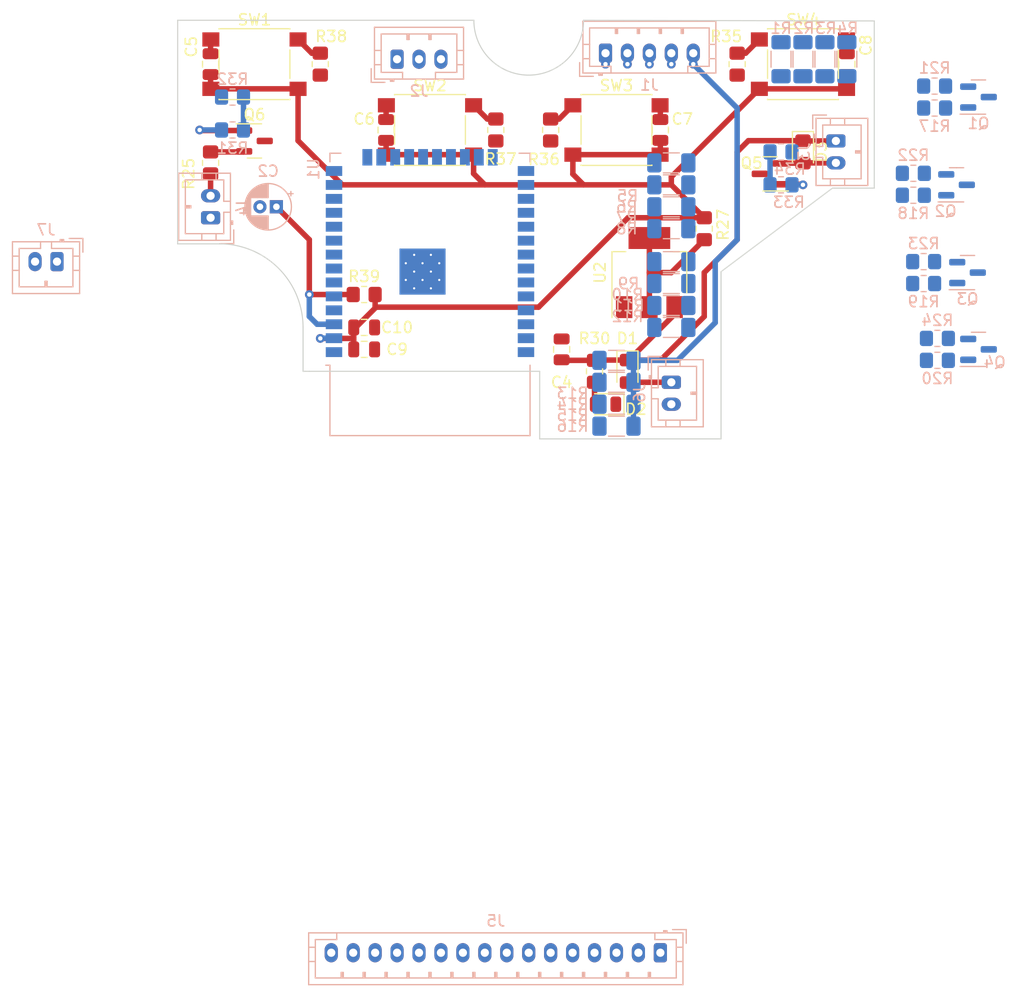
<source format=kicad_pcb>
(kicad_pcb (version 20211014) (generator pcbnew)
  (layers (0 "F.Cu" signal) (31 "B.Cu" signal) (34 "B.Paste" user) (35 "F.Paste" user) (36 "B.SilkS" user "B.Silkscreen") (37 "F.SilkS" user "F.Silkscreen") (38 "B.Mask" user) (39 "F.Mask" user) (44 "Edge.Cuts" user))
  (net 0 "")
  (net 1 "Net-(C2-Pad1)")
  (net 2 "GNDREF")
  (net 3 "Net-(C5-Pad1)")
  (net 4 "Net-(C6-Pad1)")
  (net 5 "Net-(C7-Pad1)")
  (net 6 "Net-(C8-Pad1)")
  (net 7 "Net-(C10-Pad1)")
  (net 8 "Net-(D2-Pad2)")
  (net 9 "Net-(J1-Pad2)")
  (net 10 "Net-(J1-Pad3)")
  (net 11 "Net-(J1-Pad4)")
  (net 12 "Net-(J1-Pad5)")
  (net 13 "Net-(J2-Pad2)")
  (net 14 "Net-(J2-Pad3)")
  (net 15 "Net-(J4-Pad2)")
  (net 16 "Net-(J5-Pad6)")
  (net 17 "Net-(J5-Pad7)")
  (net 18 "Net-(J5-Pad8)")
  (net 19 "Net-(J5-Pad9)")
  (net 20 "Net-(J5-Pad10)")
  (net 21 "Net-(J5-Pad11)")
  (net 22 "Net-(Q1-Pad1)")
  (net 23 "Net-(Q1-Pad2)")
  (net 24 "Net-(Q2-Pad1)")
  (net 25 "Net-(Q2-Pad2)")
  (net 26 "Net-(Q3-Pad1)")
  (net 27 "Net-(Q3-Pad2)")
  (net 28 "Net-(Q4-Pad1)")
  (net 29 "Net-(Q4-Pad2)")
  (net 30 "Net-(Q5-Pad1)")
  (net 31 "Net-(Q6-Pad1)")
  (net 32 "Net-(R27-Pad1)")
  (net 50 "Net-(U1-Pad25)")
  (net 54 "Net-(J3-Pad2)")
  (net 55 "Net-(D1-Pad2)")
  (net 56 "Net-(J4-Pad1)")
  (net 57 "Net-(Q6-Pad2)")
  (footprint "Capacitor_SMD:C_0805_2012Metric" (layer "F.Cu") (at 145 81 90)
    (fp_text reference "C4")
    (fp_text value "22uF/10V(20%)")
  )
  (footprint "Resistor_SMD:R_0805_2012Metric_Pad1.20x1.40mm_HandSolder" (layer "F.Cu") (at 139 61 90)
    (fp_text reference "R37")
    (fp_text value "10K")
  )
  (footprint "Resistor_SMD:R_0805_2012Metric_Pad1.20x1.40mm_HandSolder" (layer "F.Cu") (at 148 83 90)
    (fp_text reference "R30")
    (fp_text value "2K(5%)")
  )
  (footprint "Resistor_SMD:R_0805_2012Metric_Pad1.20x1.40mm_HandSolder" (layer "F.Cu") (at 127 76)
    (fp_text reference "R39")
    (fp_text value "10K")
  )
  (footprint "Capacitor_SMD:C_0805_2012Metric" (layer "F.Cu") (at 113 55 -90)
    (fp_text reference "C5")
    (fp_text value "0.1uF")
  )
  (footprint "Capacitor_SMD:C_0805_2012Metric" (layer "F.Cu") (at 154 61 -90)
    (fp_text reference "C7")
    (fp_text value "0.1uF")
  )
  (footprint "Capacitor_SMD:C_0805_2012Metric" (layer "F.Cu") (at 127 81)
    (fp_text reference "C9")
    (fp_text value "10uF")
  )
  (footprint "Resistor_SMD:R_0805_2012Metric_Pad1.20x1.40mm_HandSolder" (layer "F.Cu") (at 161 55 90)
    (fp_text reference "R35")
    (fp_text value "10K")
  )
  (footprint "Resistor_SMD:R_0805_2012Metric_Pad1.20x1.40mm_HandSolder" (layer "F.Cu") (at 123 55 90)
    (fp_text reference "R38")
    (fp_text value "10K")
  )
  (footprint "Diode_SMD:D_0805_2012Metric_Pad1.15x1.40mm_HandSolder" (layer "F.Cu") (at 167 63 -90)
    (fp_text reference "D3")
    (fp_text value "Motor")
  )
  (footprint "Button_Switch_SMD:SW_Push_1P1T_NO_6x6mm_H9.5mm" (layer "F.Cu") (at 150 61)
    (fp_text reference "SW3")
    (fp_text value "Brightness")
  )
  (footprint "Capacitor_SMD:C_0805_2012Metric" (layer "F.Cu") (at 127 79)
    (fp_text reference "C10")
    (fp_text value "0.1uF")
  )
  (footprint "Capacitor_SMD:C_0805_2012Metric" (layer "F.Cu") (at 129 61 -90)
    (fp_text reference "C6")
    (fp_text value "0.1uF")
  )
  (footprint "Resistor_SMD:R_0805_2012Metric_Pad1.20x1.40mm_HandSolder" (layer "F.Cu") (at 158 70 90)
    (fp_text reference "R27")
    (fp_text value "0")
  )
  (footprint "Button_Switch_SMD:SW_Push_1P1T_NO_6x6mm_H9.5mm" (layer "F.Cu") (at 167 55)
    (fp_text reference "SW4")
    (fp_text value "Motor")
  )
  (footprint "Diode_SMD:D_0805_2012Metric_Pad1.15x1.40mm_HandSolder" (layer "F.Cu") (at 151 83 -90)
    (fp_text reference "D1")
    (fp_text value "RVP Diode")
  )
  (footprint "Package_TO_SOT_SMD:SOT-23" (layer "F.Cu") (at 164 65 180)
    (fp_text reference "Q5")
    (fp_text value "IRLML0030")
  )
  (footprint "Button_Switch_SMD:SW_Push_1P1T_NO_6x6mm_H9.5mm" (layer "F.Cu") (at 117 55)
    (fp_text reference "SW1")
    (fp_text value "On/Off")
  )
  (footprint "Resistor_SMD:R_0805_2012Metric_Pad1.20x1.40mm_HandSolder" (layer "F.Cu") (at 113 64 -90)
    (fp_text reference "R25")
    (fp_text value "100")
  )
  (footprint "Resistor_SMD:R_0805_2012Metric_Pad1.20x1.40mm_HandSolder" (layer "F.Cu") (at 144 61 90)
    (fp_text reference "R36")
    (fp_text value "10K")
  )
  (footprint "Package_TO_SOT_SMD:SOT-23" (layer "F.Cu") (at 117 62)
    (fp_text reference "Q6")
    (fp_text value "IRLML0030")
  )
  (footprint "Package_TO_SOT_SMD:SOT-223-3_TabPin2" (layer "F.Cu") (at 153 74 90)
    (fp_text reference "U2")
    (fp_text value "AMS1117-3.3")
  )
  (footprint "Button_Switch_SMD:SW_Push_1P1T_NO_6x6mm_H9.5mm" (layer "F.Cu") (at 133 61)
    (fp_text reference "SW2")
    (fp_text value "Colour")
  )
  (footprint "Capacitor_SMD:C_0805_2012Metric" (layer "F.Cu") (at 171 55 -90)
    (fp_text reference "C8")
    (fp_text value "0.1uF")
  )
  (footprint "LED_SMD:LED_0805_2012Metric" (layer "F.Cu") (at 149 86 180)
    (fp_text reference "D2")
    (fp_text value "LED")
  )
  (footprint "Resistor_SMD:R_0805_2012Metric_Pad1.20x1.40mm_HandSolder" (layer "B.Cu") (at 179 59)
    (fp_text reference "R17")
    (fp_text value "1K")
  )
  (footprint "Resistor_SMD:R_1206_3216Metric_Pad1.30x1.75mm_HandSolder" (layer "B.Cu") (at 155 79 180)
    (fp_text reference "R12")
    (fp_text value "40")
  )
  (footprint "Resistor_SMD:R_0805_2012Metric_Pad1.20x1.40mm_HandSolder" (layer "B.Cu") (at 115 61)
    (fp_text reference "R31")
    (fp_text value "1K")
  )
  (footprint "Package_TO_SOT_SMD:SOT-23" (layer "B.Cu") (at 183 58)
    (fp_text reference "Q1")
    (fp_text value "IRLML0030")
  )
  (footprint "Resistor_SMD:R_0805_2012Metric_Pad1.20x1.40mm_HandSolder" (layer "B.Cu") (at 178 75)
    (fp_text reference "R19")
    (fp_text value "1K")
  )
  (footprint "Resistor_SMD:R_1206_3216Metric_Pad1.30x1.75mm_HandSolder" (layer "B.Cu") (at 150 86 180)
    (fp_text reference "R15")
    (fp_text value "40")
  )
  (footprint "Resistor_SMD:R_0805_2012Metric_Pad1.20x1.40mm_HandSolder" (layer "B.Cu") (at 115 58)
    (fp_text reference "R32")
    (fp_text value "100K")
  )
  (footprint "Connector_JST:JST_PH_B2B-PH-K_1x02_P2.00mm_Vertical" (layer "B.Cu") (at 155 84 -90)
    (fp_text reference "J6")
    (fp_text value "Power Header")
  )
  (footprint "Package_TO_SOT_SMD:SOT-23" (layer "B.Cu") (at 182 74)
    (fp_text reference "Q3")
    (fp_text value "IRLML0030")
  )
  (footprint "Resistor_SMD:R_1206_3216Metric_Pad1.30x1.75mm_HandSolder" (layer "B.Cu") (at 169 54.55 -90)
    (fp_text reference "R3")
    (fp_text value "40")
  )
  (footprint "Package_TO_SOT_SMD:SOT-23" (layer "B.Cu") (at 181 66)
    (fp_text reference "Q2")
    (fp_text value "IRLML0030")
  )
  (footprint "Connector_JST:JST_PH_B2B-PH-K_1x02_P2.00mm_Vertical" (layer "B.Cu") (at 170 62 -90)
    (fp_text reference "J3")
    (fp_text value "Motor Connector")
  )
  (footprint "Resistor_SMD:R_1206_3216Metric_Pad1.30x1.75mm_HandSolder" (layer "B.Cu") (at 155 75 180)
    (fp_text reference "R10")
    (fp_text value "40")
  )
  (footprint "Resistor_SMD:R_1206_3216Metric_Pad1.30x1.75mm_HandSolder" (layer "B.Cu") (at 167 54.55 -90)
    (fp_text reference "R2")
    (fp_text value "40")
  )
  (footprint "Resistor_SMD:R_1206_3216Metric_Pad1.30x1.75mm_HandSolder" (layer "B.Cu") (at 155 77 180)
    (fp_text reference "R11")
    (fp_text value "40")
  )
  (footprint "Resistor_SMD:R_1206_3216Metric_Pad1.30x1.75mm_HandSolder" (layer "B.Cu") (at 155 64 180)
    (fp_text reference "R5")
    (fp_text value "40")
  )
  (footprint "Connector_JST:JST_PH_B3B-PH-K_1x03_P2.00mm_Vertical" (layer "B.Cu") (at 130 54.55)
    (fp_text reference "J2")
    (fp_text value "USB to UART")
  )
  (footprint "Resistor_SMD:R_0805_2012Metric_Pad1.20x1.40mm_HandSolder" (layer "B.Cu") (at 178 73 180)
    (fp_text reference "R23")
    (fp_text value "100K")
  )
  (footprint "Connector_JST:JST_PH_B5B-PH-K_1x05_P2.00mm_Vertical" (layer "B.Cu") (at 149 54)
    (fp_text reference "J1")
    (fp_text value "LED RGBW Connector")
  )
  (footprint "Resistor_SMD:R_1206_3216Metric_Pad1.30x1.75mm_HandSolder" (layer "B.Cu") (at 155 68 180)
    (fp_text reference "R7")
    (fp_text value "40")
  )
  (footprint "Resistor_SMD:R_0805_2012Metric_Pad1.20x1.40mm_HandSolder" (layer "B.Cu") (at 177.0625 64.95 180)
    (fp_text reference "R22")
    (fp_text value "100K")
  )
  (footprint "RF_Module:ESP32-WROOM-32" (layer "B.Cu") (at 133 73)
    (fp_text reference "U1")
    (fp_text value "ESP32-WROOM-32")
  )
  (footprint "Resistor_SMD:R_0805_2012Metric_Pad1.20x1.40mm_HandSolder" (layer "B.Cu") (at 179.253928 82)
    (fp_text reference "R20")
    (fp_text value "1K")
  )
  (footprint "Resistor_SMD:R_1206_3216Metric_Pad1.30x1.75mm_HandSolder" (layer "B.Cu") (at 150 88 180)
    (fp_text reference "R16")
    (fp_text value "40")
  )
  (footprint "Package_TO_SOT_SMD:SOT-23" (layer "B.Cu") (at 183 81)
    (fp_text reference "Q4")
    (fp_text value "IRLML0030")
  )
  (footprint "Connector_JST:JST_PH_B2B-PH-K_1x02_P2.00mm_Vertical" (layer "B.Cu") (at 113 69 90)
    (fp_text reference "J4")
    (fp_text value "Projector Connector")
  )
  (footprint "Resistor_SMD:R_0805_2012Metric_Pad1.20x1.40mm_HandSolder" (layer "B.Cu") (at 177.0625 66.95)
    (fp_text reference "R18")
    (fp_text value "1K")
  )
  (footprint "Connector_JST:JST_PH_B2B-PH-K_1x02_P2.00mm_Vertical" (layer "B.Cu") (at 99 73 180)
    (fp_text reference "J7")
    (fp_text value "Boot mode")
  )
  (footprint "Resistor_SMD:R_1206_3216Metric_Pad1.30x1.75mm_HandSolder" (layer "B.Cu") (at 155 70 180)
    (fp_text reference "R8")
    (fp_text value "40")
  )
  (footprint "Resistor_SMD:R_1206_3216Metric_Pad1.30x1.75mm_HandSolder" (layer "B.Cu") (at 155 66 180)
    (fp_text reference "R6")
    (fp_text value "40")
  )
  (footprint "Resistor_SMD:R_1206_3216Metric_Pad1.30x1.75mm_HandSolder" (layer "B.Cu") (at 150 84 180)
    (fp_text reference "R14")
    (fp_text value "40")
  )
  (footprint "Resistor_SMD:R_0805_2012Metric_Pad1.20x1.40mm_HandSolder" (layer "B.Cu") (at 179.253928 80 180)
    (fp_text reference "R24")
    (fp_text value "100K")
  )
  (footprint "Resistor_SMD:R_0805_2012Metric_Pad1.20x1.40mm_HandSolder" (layer "B.Cu") (at 165 66 180)
    (fp_text reference "R33")
    (fp_text value "1K")
  )
  (footprint "Resistor_SMD:R_0805_2012Metric_Pad1.20x1.40mm_HandSolder" (layer "B.Cu") (at 179 57 180)
    (fp_text reference "R21")
    (fp_text value "100K")
  )
  (footprint "Resistor_SMD:R_1206_3216Metric_Pad1.30x1.75mm_HandSolder" (layer "B.Cu") (at 155 73 180)
    (fp_text reference "R9")
    (fp_text value "40")
  )
  (footprint "Resistor_SMD:R_1206_3216Metric_Pad1.30x1.75mm_HandSolder" (layer "B.Cu") (at 165 54.55 -90)
    (fp_text reference "R1")
    (fp_text value "40")
  )
  (footprint "Connector_JST:JST_PH_B16B-PH-K_1x16_P2.00mm_Vertical" (layer "B.Cu") (at 154 136 180)
    (fp_text reference "J5")
    (fp_text value "Debug Header")
  )
  (footprint "Resistor_SMD:R_1206_3216Metric_Pad1.30x1.75mm_HandSolder" (layer "B.Cu") (at 150 82 180)
    (fp_text reference "R13")
    (fp_text value "40")
  )
  (footprint "Resistor_SMD:R_1206_3216Metric_Pad1.30x1.75mm_HandSolder" (layer "B.Cu") (at 171 54.55 -90)
    (fp_text reference "R4")
    (fp_text value "40")
  )
  (footprint "Capacitor_THT:CP_Radial_D4.0mm_P1.50mm" (layer "B.Cu") (at 119 68 180)
    (fp_text reference "C2")
    (fp_text value "1uF")
  )
  (footprint "Resistor_SMD:R_0805_2012Metric_Pad1.20x1.40mm_HandSolder" (layer "B.Cu") (at 165 63 180)
    (fp_text reference "R34")
    (fp_text value "100K")
  )
  (gr_arc (start 147 51) (mid 142 56) (end 137 51) (layer "Edge.Cuts") (width 0.1))
  (gr_line (start 143 89.16) (end 159.53 89.16) (layer "Edge.Cuts") (width 0.1))
  (gr_line (start 147 51) (end 173.5 51.06) (layer "Edge.Cuts") (width 0.1))
  (gr_line (start 110 51) (end 110 71.38) (layer "Edge.Cuts") (width 0.1))
  (gr_arc (start 113.81 71.38) (mid 119.198154 73.611846) (end 121.43 79) (layer "Edge.Cuts") (width 0.1))
  (gr_line (start 121.43 83) (end 121.43 79) (layer "Edge.Cuts") (width 0.1))
  (gr_line (start 122 83) (end 121.43 83) (layer "Edge.Cuts") (width 0.1))
  (gr_line (start 143 83) (end 143 89.16) (layer "Edge.Cuts") (width 0.1))
  (gr_line (start 169.69 66.3) (end 159.53 73.92) (layer "Edge.Cuts") (width 0.1))
  (gr_line (start 159.53 73.92) (end 159.53 89.16) (layer "Edge.Cuts") (width 0.1))
  (gr_line (start 137 51) (end 110 51) (layer "Edge.Cuts") (width 0.1))
  (gr_line (start 173.5 66.3) (end 169.69 66.3) (layer "Edge.Cuts") (width 0.1))
  (gr_line (start 143 83) (end 122 83) (layer "Edge.Cuts") (width 0.1))
  (gr_line (start 173.5 51.06) (end 173.5 66.3) (layer "Edge.Cuts") (width 0.1))
  (gr_line (start 113.81 71.38) (end 110 71.38) (layer "Edge.Cuts") (width 0.1))
  (segment (start 126 76) (end 122 76) (width 0.5) (layer "F.Cu") (net 1))
  (segment (start 119 68) (end 122 71) (width 0.5) (layer "F.Cu") (net 1))
  (segment (start 122 71) (end 122 76) (width 0.5) (layer "F.Cu") (net 1))
  (via (at 122 76) (size 0.8) (drill 0.4) (layers "F.Cu" "B.Cu") (net 1))
  (segment (start 122 78) (end 122 76) (width 0.5) (layer "B.Cu") (net 1))
  (segment (start 122.71 78.71) (end 122 78) (width 0.5) (layer "B.Cu") (net 1))
  (segment (start 124.25 78.71) (end 122.71 78.71) (width 0.5) (layer "B.Cu") (net 1))
  (segment (start 113 54.05) (end 113 52.775) (width 0.5) (layer "F.Cu") (net 3))
  (segment (start 123 54) (end 122.225 54) (width 0.5) (layer "F.Cu") (net 3))
  (segment (start 113 52.775) (end 113.025 52.75) (width 0.5) (layer "F.Cu") (net 3))
  (segment (start 122.225 54) (end 120.975 52.75) (width 0.5) (layer "F.Cu") (net 3))
  (segment (start 139 60) (end 138.225 60) (width 0.5) (layer "F.Cu") (net 4))
  (segment (start 138.225 60) (end 136.975 58.75) (width 0.5) (layer "F.Cu") (net 4))
  (segment (start 129 58.775) (end 129.025 58.75) (width 0.5) (layer "F.Cu") (net 4))
  (segment (start 129 60.05) (end 129 58.775) (width 0.5) (layer "F.Cu") (net 4))
  (segment (start 154 58.775) (end 153.975 58.75) (width 0.5) (layer "F.Cu") (net 5))
  (segment (start 144 60) (end 144.775 60) (width 0.5) (layer "F.Cu") (net 5))
  (segment (start 144.775 60) (end 146.025 58.75) (width 0.5) (layer "F.Cu") (net 5))
  (segment (start 154 60.05) (end 154 58.775) (width 0.5) (layer "F.Cu") (net 5))
  (segment (start 171 54.05) (end 171 52.775) (width 0.5) (layer "F.Cu") (net 6))
  (segment (start 161 54) (end 161.775 54) (width 0.5) (layer "F.Cu") (net 6))
  (segment (start 161.775 54) (end 163.025 52.75) (width 0.5) (layer "F.Cu") (net 6))
  (segment (start 171 52.775) (end 170.975 52.75) (width 0.5) (layer "F.Cu") (net 6))
  (segment (start 136.975 64.975) (end 136.975 63.25) (width 0.5) (layer "F.Cu") (net 7))
  (segment (start 126 80) (end 126.05 79.95) (width 0.5) (layer "F.Cu") (net 7))
  (segment (start 155 66) (end 147 66) (width 0.5) (layer "F.Cu") (net 7))
  (segment (start 155 65.275) (end 163.025 57.25) (width 0.5) (layer "F.Cu") (net 7))
  (segment (start 142.9 77.15) (end 128.085051 77.15) (width 0.5) (layer "F.Cu") (net 7))
  (segment (start 154 61.95) (end 154 63.225) (width 0.5) (layer "F.Cu") (net 7))
  (segment (start 146.025 65.025) (end 147 66) (width 0.5) (layer "F.Cu") (net 7))
  (segment (start 126.05 79.185051) (end 126.05 81) (width 0.5) (layer "F.Cu") (net 7))
  (segment (start 125 66) (end 138 66) (width 0.5) (layer "F.Cu") (net 7))
  (segment (start 113 55.95) (end 113 57.225) (width 0.5) (layer "F.Cu") (net 7))
  (segment (start 138 66) (end 136.975 64.975) (width 0.5) (layer "F.Cu") (net 7))
  (segment (start 120.975 61.975) (end 125 66) (width 0.5) (layer "F.Cu") (net 7))
  (segment (start 158 69) (end 151.05 69) (width 0.5) (layer "F.Cu") (net 7))
  (segment (start 155 66) (end 155 65.275) (width 0.5) (layer "F.Cu") (net 7))
  (segment (start 128.085051 77.15) (end 126.05 79.185051) (width 0.5) (layer "F.Cu") (net 7))
  (segment (start 128 77.064949) (end 128.085051 77.15) (width 0.5) (layer "F.Cu") (net 7))
  (segment (start 171 55.95) (end 171 57.225) (width 0.5) (layer "F.Cu") (net 7))
  (segment (start 163.025 57.25) (end 170.975 57.25) (width 0.5) (layer "F.Cu") (net 7))
  (segment (start 113 57.225) (end 113.025 57.25) (width 0.5) (layer "F.Cu") (net 7))
  (segment (start 129 63.225) (end 129.025 63.25) (width 0.5) (layer "F.Cu") (net 7))
  (segment (start 126.05 79) (end 126.05 79.95) (width 0.5) (layer "F.Cu") (net 7))
  (segment (start 147 66) (end 138 66) (width 0.5) (layer "F.Cu") (net 7))
  (segment (start 123 80) (end 126 80) (width 0.5) (layer "F.Cu") (net 7))
  (segment (start 146.025 63.25) (end 146.025 65.025) (width 0.5) (layer "F.Cu") (net 7))
  (segment (start 146.025 63.25) (end 153.975 63.25) (width 0.5) (layer "F.Cu") (net 7))
  (segment (start 171 57.225) (end 170.975 57.25) (width 0.5) (layer "F.Cu") (net 7))
  (segment (start 151.05 69) (end 142.9 77.15) (width 0.5) (layer "F.Cu") (net 7))
  (segment (start 128 76) (end 128 77.064949) (width 0.5) (layer "F.Cu") (net 7))
  (segment (start 129 61.95) (end 129 63.225) (width 0.5) (layer "F.Cu") (net 7))
  (segment (start 129.025 63.25) (end 136.975 63.25) (width 0.5) (layer "F.Cu") (net 7))
  (segment (start 158 69) (end 155 66) (width 0.5) (layer "F.Cu") (net 7))
  (segment (start 154 63.225) (end 153.975 63.25) (width 0.5) (layer "F.Cu") (net 7))
  (segment (start 120.975 57.25) (end 120.975 61.975) (width 0.5) (layer "F.Cu") (net 7))
  (segment (start 120.975 57.25) (end 113.025 57.25) (width 0.5) (layer "F.Cu") (net 7))
  (segment (start 126.05 79.95) (end 126.05 81) (width 0.5) (layer "F.Cu") (net 7))
  (via (at 123 80) (size 0.8) (drill 0.4) (layers "F.Cu" "B.Cu") (net 7))
  (segment (start 123 80) (end 123.02 79.98) (width 0.5) (layer "B.Cu") (net 7))
  (segment (start 123.02 79.98) (end 124.25 79.98) (width 0.5) (layer "B.Cu") (net 7))
  (segment (start 148 85.9375) (end 148.0625 86) (width 0.5) (layer "F.Cu") (net 8))
  (segment (start 148 84) (end 148 85.9375) (width 0.5) (layer "F.Cu") (net 8))
  (via (at 151 55) (size 0.8) (drill 0.4) (layers "F.Cu" "B.Cu") (net 9))
  (segment (start 151 54) (end 151 55) (width 0.5) (layer "B.Cu") (net 9))
  (segment (start 153 54) (end 153 55) (width 0.5) (layer "F.Cu") (net 10))
  (via (at 153 55) (size 0.8) (drill 0.4) (layers "F.Cu" "B.Cu") (net 10))
  (segment (start 155 54) (end 155 55) (width 0.5) (layer "F.Cu") (net 11))
  (via (at 155 55) (size 0.8) (drill 0.4) (layers "F.Cu" "B.Cu") (net 11))
  (segment (start 157 54) (end 157 55) (width 0.5) (layer "F.Cu") (net 12))
  (via (at 157 55) (size 0.8) (drill 0.4) (layers "F.Cu" "B.Cu") (net 12))
  (segment (start 159 78.564949) (end 159 73) (width 0.5) (layer "B.Cu") (net 12))
  (segment (start 159 73) (end 161 71) (width 0.5) (layer "B.Cu") (net 12))
  (segment (start 151.55 86) (end 151.55 84) (width 0.5) (layer "B.Cu") (net 12))
  (segment (start 161 71) (end 161 59) (width 0.5) (layer "B.Cu") (net 12))
  (segment (start 161 59) (end 157 55) (width 0.5) (layer "B.Cu") (net 12))
  (segment (start 155.564949 82) (end 159 78.564949) (width 0.5) (layer "B.Cu") (net 12))
  (segment (start 151.55 88) (end 151.55 86) (width 0.5) (layer "B.Cu") (net 12))
  (segment (start 151.55 82) (end 155.564949 82) (width 0.5) (layer "B.Cu") (net 12))
  (segment (start 151.55 84) (end 151.55 82) (width 0.5) (layer "B.Cu") (net 12))
  (segment (start 113 67) (end 113 65) (width 0.5) (layer "F.Cu") (net 15))
  (segment (start 116 58) (end 116 61) (width 0.5) (layer "B.Cu") (net 16))
  (segment (start 164 66) (end 164 63) (width 0.5) (layer "B.Cu") (net 17))
  (segment (start 164.9375 65.95) (end 166.95 65.95) (width 0.5) (layer "F.Cu") (net 30))
  (segment (start 166.95 65.95) (end 167 66) (width 0.5) (layer "F.Cu") (net 30))
  (via (at 167 66) (size 0.8) (drill 0.4) (layers "F.Cu" "B.Cu") (net 30))
  (segment (start 167 66) (end 166 66) (width 0.5) (layer "B.Cu") (net 30))
  (segment (start 116.0625 61.05) (end 112.05 61.05) (width 0.5) (layer "F.Cu") (net 31))
  (segment (start 112.05 61.05) (end 112 61) (width 0.5) (layer "F.Cu") (net 31))
  (via (at 112 61) (size 0.8) (drill 0.4) (layers "F.Cu" "B.Cu") (net 31))
  (segment (start 114 61) (end 112 61) (width 0.5) (layer "B.Cu") (net 31))
  (segment (start 158 71) (end 155 74) (width 0.5) (layer "F.Cu") (net 32))
  (segment (start 153 74) (end 153 70.85) (width 0.5) (layer "F.Cu") (net 32))
  (segment (start 153 77.15) (end 153 74) (width 0.5) (layer "F.Cu") (net 32))
  (segment (start 155 74) (end 153 74) (width 0.5) (layer "F.Cu") (net 32))
  (segment (start 170 64) (end 167.025 64) (width 0.5) (layer "F.Cu") (net 54))
  (segment (start 167.025 64) (end 167 64.025) (width 0.5) (layer "F.Cu") (net 54))
  (segment (start 164.9625 64.025) (end 164.9375 64.05) (width 0.5) (layer "F.Cu") (net 54))
  (segment (start 167 64.025) (end 164.9625 64.025) (width 0.5) (layer "F.Cu") (net 54))
  (segment (start 151.025 84) (end 151 84.025) (width 0.5) (layer "F.Cu") (net 55))
  (segment (start 155 84) (end 151.025 84) (width 0.5) (layer "F.Cu") (net 55))
  (segment (start 162.025 61.975) (end 167 61.975) (width 0.5) (layer "F.Cu") (net 56))
  (segment (start 155.05 78.05) (end 155 78) (width 0.5) (layer "F.Cu") (net 56))
  (segment (start 154.025 81.975) (end 158 78) (width 0.5) (layer "F.Cu") (net 56))
  (segment (start 161 71) (end 161 63) (width 0.5) (layer "F.Cu") (net 56))
  (segment (start 170 62) (end 167.025 62) (width 0.5) (layer "F.Cu") (net 56))
  (segment (start 169.975 61.975) (end 170 62) (width 0.5) (layer "F.Cu") (net 56))
  (segment (start 158 74) (end 161 71) (width 0.5) (layer "F.Cu") (net 56))
  (segment (start 151.125 81.975) (end 155.05 78.05) (width 0.5) (layer "F.Cu") (net 56))
  (segment (start 149 54) (end 149 55) (width 0.5) (layer "F.Cu") (net 56))
  (segment (start 148 82) (end 145.05 82) (width 0.5) (layer "F.Cu") (net 56))
  (segment (start 151 81.975) (end 151.125 81.975) (width 0.5) (layer "F.Cu") (net 56))
  (segment (start 145.05 82) (end 145 81.95) (width 0.5) (layer "F.Cu") (net 56))
  (segment (start 151 81.975) (end 148.025 81.975) (width 0.5) (layer "F.Cu") (net 56))
  (segment (start 148.025 81.975) (end 148 82) (width 0.5) (layer "F.Cu") (net 56))
  (segment (start 161 63) (end 162.025 61.975) (width 0.5) (layer "F.Cu") (net 56))
  (segment (start 167.025 62) (end 167 61.975) (width 0.5) (layer "F.Cu") (net 56))
  (segment (start 151 81.975) (end 154.025 81.975) (width 0.5) (layer "F.Cu") (net 56))
  (segment (start 147.95 82.05) (end 148 82) (width 0.5) (layer "F.Cu") (net 56))
  (segment (start 158 78) (end 158 74) (width 0.5) (layer "F.Cu") (net 56))
  (via (at 149 55) (size 0.8) (drill 0.4) (layers "F.Cu" "B.Cu") (net 56))
  (segment (start 116.0125 63) (end 116.0625 62.95) (width 0.5) (layer "F.Cu") (net 57))
  (segment (start 113 63) (end 116.0125 63) (width 0.5) (layer "F.Cu") (net 57))
)
</source>
